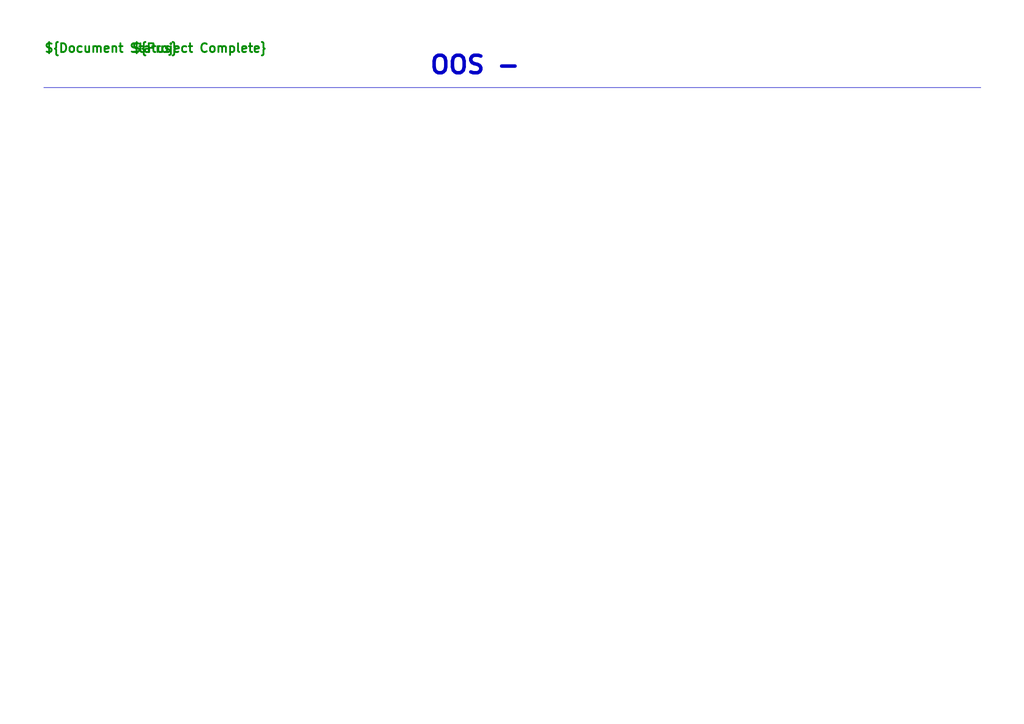
<source format=kicad_sch>
(kicad_sch
	(version 20250114)
	(generator "eeschema")
	(generator_version "9.0")
	(uuid "a4d62e22-78e5-4a86-98d0-c45f5d5fb3b4")
	(paper "A4")
	(title_block
		(title "${Project Title}")
		(date "${Date Start Schematic}")
		(rev "${Project Revision}")
		(company "${Company}")
		(comment 1 "${Engineer}")
		(comment 2 "${Email}")
		(comment 3 "${Phone Number}")
		(comment 4 "${Project Reason}")
	)
	(lib_symbols)
	(text "${Document Status}"
		(exclude_from_sim no)
		(at 12.7 12.7 0)
		(effects
			(font
				(size 2.54 2.54)
				(thickness 0.508)
				(bold yes)
				(color 0 132 0 1)
			)
			(justify left top)
		)
		(uuid "17ba30cb-2074-437f-8be0-bb87516ca460")
	)
	(text "OOS - ${SHEETNAME}"
		(exclude_from_sim no)
		(at 139.7 19.05 0)
		(effects
			(font
				(size 5.08 5.08)
				(thickness 1.016)
				(bold yes)
			)
		)
		(uuid "8e9050c4-f712-4b15-a0c8-058ecd109f72")
	)
	(text "${Project Complete}"
		(exclude_from_sim no)
		(at 38.1 12.7 0)
		(effects
			(font
				(size 2.54 2.54)
				(thickness 0.508)
				(bold yes)
				(color 0 132 0 1)
			)
			(justify left top)
		)
		(uuid "bf7f43b9-378d-437a-9512-df4037b85303")
	)
	(polyline
		(pts
			(xy 12.7 25.4) (xy 284.48 25.4)
		)
		(stroke
			(width 0)
			(type default)
		)
		(uuid "bd710820-2005-47a2-93fc-9a786427ea23")
	)
)

</source>
